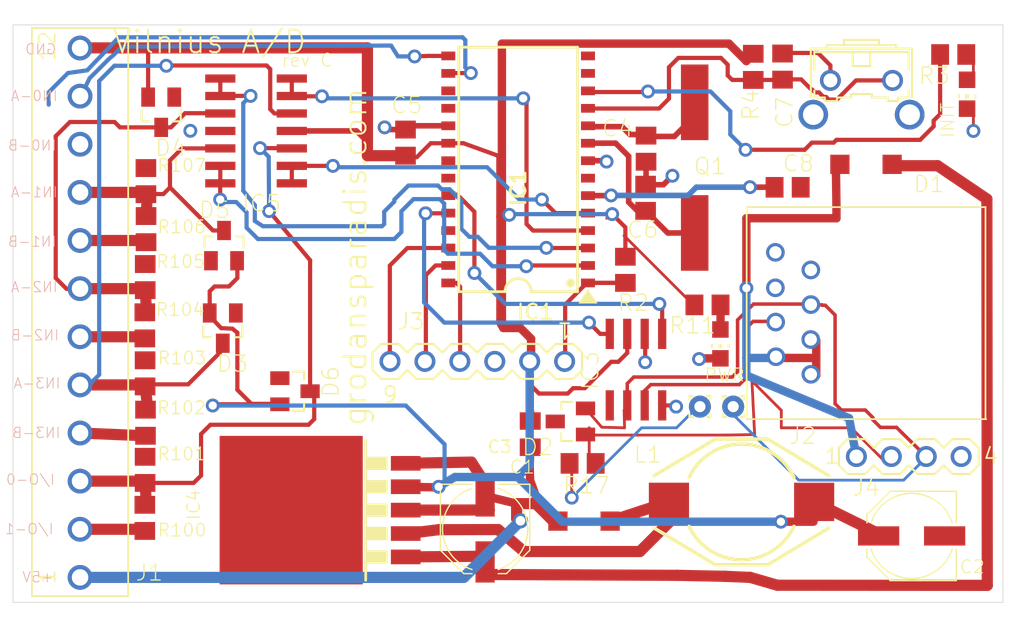
<source format=kicad_pcb>
(kicad_pcb (version 20241229) (generator "pcbnew") (generator_version "9.0")
  (layers (0 "F.Cu" signal) (4 "In1.Cu" signal) (6 "In2.Cu" signal) (8 "In3.Cu" signal) (10 "In4.Cu" signal) (2 "B.Cu" signal) (13 "F.Paste" user) (15 "B.Paste" user) (5 "F.SilkS" user "F.Silkscreen") (7 "B.SilkS" user "B.Silkscreen") (1 "F.Mask" user) (3 "B.Mask" user) (25 "Edge.Cuts" user))
  (net 0 "")
  (net 1 "+12V")
  (net 2 "VREF")
  (net 3 "GND")
  (net 4 "VCC")
  (net 5 "TXCAN")
  (net 6 "N$4")
  (net 7 "N$6")
  (net 8 "RXCAN")
  (net 9 "N$5")
  (net 10 "N$12")
  (net 11 "N$13")
  (net 12 "N$14")
  (net 13 "N$15")
  (net 14 "AN8")
  (net 15 "AN10")
  (net 16 "N$3")
  (net 17 "N$1")
  (net 18 "N$2")
  (net 19 "N$7")
  (net 20 "AN9")
  (net 21 "N$20")
  (net 22 "AN0")
  (net 23 "AN1")
  (net 24 "AN2")
  (net 25 "AN3")
  (net 26 "AN4")
  (net 27 "IN0-A")
  (net 28 "IN0-B")
  (net 29 "IN3-B")
  (net 30 "IN3-A")
  (net 31 "IN2-B")
  (net 32 "IN2-A")
  (net 33 "IN1-B")
  (net 34 "IN1-A")
  (net 35 "CANL")
  (net 36 "N$22")
  (net 37 "N$11")
  (net 38 "N$8")
  (net 39 "IO0")
  (net 40 "IO1")
  (footprint "vilnius_rev_c:R0805" (layer "F.Cu") (at 122.0911 105.8536 -90)
    (property "Reference" "R104")
    (property "Value" "10K" (hide yes))
  )
  (footprint "vilnius_rev_c:R0805" (layer "F.Cu") (at 122.1111 109.3436 -90)
    (property "Reference" "R103")
    (property "Value" "10K" (hide yes))
  )
  (footprint "vilnius_rev_c:PANASONIC_D" (layer "F.Cu") (at 146.8389 120.6594 -90)
    (property "Reference" "C1")
    (property "Value" "100uF" (hide yes))
  )
  (footprint "vilnius_rev_c:MA06-1" (layer "F.Cu") (at 146.2711 108.4736 180)
    (property "Reference" "J3")
    (property "Value" "")
  )
  (footprint "vilnius_rev_c:1,6_0,8" (layer "F.Cu") (at 162.4611 111.7636)
    (property "Reference" "PAD1" (hide yes))
    (property "Value" "")
  )
  (footprint "vilnius_rev_c:B3F-31XX" (layer "F.Cu") (at 174.2111 89.2836 180)
    (property "Reference" "S1" (hide yes))
    (property "Value" "")
  )
  (footprint "vilnius_rev_c:C0805" (layer "F.Cu") (at 158.5127 96.575 -90)
    (property "Reference" "C6")
    (property "Value" "15pF" (hide yes))
  )
  (footprint "vilnius_rev_c:R0805" (layer "F.Cu") (at 153.9311 115.8936 180)
    (property "Reference" "R17")
    (property "Value" "120" (hide yes))
  )
  (footprint "vilnius_rev_c:CHIP-LED0805" (layer "F.Cu") (at 181.8911 89.0436 180)
    (property "Reference" "LED1" (hide yes))
    (property "Value" "")
  )
  (footprint "vilnius_rev_c:R0805" (layer "F.Cu") (at 122.1111 116.3636 -90)
    (property "Reference" "R101")
    (property "Value" "10K" (hide yes))
  )
  (footprint "vilnius_rev_c:R0805" (layer "F.Cu") (at 157.0411 101.8136 90)
    (property "Reference" "R2")
    (property "Value" "10K" (hide yes))
  )
  (footprint "vilnius_rev_c:SO28" (layer "F.Cu") (at 149.2411 94.5136 90)
    (property "Reference" "IC1")
    (property "Value" "PIC18F2580" (hide yes))
  )
  (footprint "vilnius_rev_c:PANASONIC_D" (layer "F.Cu") (at 177.8587 121.1678 180)
    (property "Reference" "C2")
    (property "Value" "330uF" (hide yes))
  )
  (footprint "vilnius_rev_c:SOT23@1" (layer "F.Cu") (at 153.0411 112.8436 90)
    (property "Reference" "D2")
    (property "Value" "NUP2105L" (hide yes))
  )
  (footprint "vilnius_rev_c:R0805" (layer "F.Cu") (at 180.8811 86.1536 180)
    (property "Reference" "R3")
    (property "Value" "1K" (hide yes))
  )
  (footprint "vilnius_rev_c:RJ-45" (layer "F.Cu") (at 176.8811 104.9636 90)
    (property "Reference" "J2")
    (property "Value" "A00-108-220-450" (hide yes))
  )
  (footprint "vilnius_rev_c:PINHEAD-12" (layer "F.Cu") (at 117.3811 106.6836 90)
    (property "Reference" "J1")
    (property "Value" "OSTTE-12" (hide yes))
  )
  (footprint "vilnius_rev_c:C0805" (layer "F.Cu") (at 158.5437 93.0044 90)
    (property "Reference" "C4")
    (property "Value" "15pF" (hide yes))
  )
  (footprint "vilnius_rev_c:TO263-5" (layer "F.Cu") (at 135.2751 119.2912 90)
    (property "Reference" "IC4")
    (property "Value" "LM2575S" (hide yes))
  )
  (footprint "vilnius_rev_c:SOT23" (layer "F.Cu") (at 133.0111 110.6436 -90)
    (property "Reference" "D6")
    (property "Value" "BAT54" (hide yes))
  )
  (footprint "vilnius_rev_c:R0805" (layer "F.Cu") (at 166.3411 87.0536 90)
    (property "Reference" "R4")
    (property "Value" "10K" (hide yes))
  )
  (footprint "vilnius_rev_c:SO-08" (layer "F.Cu") (at 157.8111 109.0736 180)
    (property "Reference" "IC3")
    (property "Value" "MCP2551SN" (hide yes))
  )
  (footprint "vilnius_rev_c:0805" (layer "F.Cu") (at 150.1211 113.7636 90)
    (property "Reference" "C3")
    (property "Value" "100nF" (hide yes))
  )
  (footprint "vilnius_rev_c:1,6_0,8" (layer "F.Cu") (at 164.8811 111.7636)
    (property "Reference" "PAD2" (hide yes))
    (property "Value" "")
  )
  (footprint "vilnius_rev_c:CHIP-LED0805" (layer "F.Cu") (at 163.9511 107.2036 180)
    (property "Reference" "LED9" (hide yes))
    (property "Value" "")
  )
  (footprint "vilnius_rev_c:SOT23" (layer "F.Cu") (at 127.7611 106.0536 180)
    (property "Reference" "D3")
    (property "Value" "BAT54" (hide yes))
  )
  (footprint "vilnius_rev_c:SOD123" (layer "F.Cu") (at 174.5411 94.1436 180)
    (property "Reference" "D1")
    (property "Value" "S1D" (hide yes))
  )
  (footprint "vilnius_rev_c:DO3316P" (layer "F.Cu") (at 165.4887 118.6914)
    (property "Reference" "L1")
    (property "Value" "330 uH" (hide yes))
  )
  (footprint "vilnius_rev_c:MA04-1" (layer "F.Cu") (at 177.6511 115.3936)
    (property "Reference" "J4")
    (property "Value" "")
  )
  (footprint "vilnius_rev_c:SOD123" (layer "F.Cu") (at 154.0333 120.0914 180)
    (property "Reference" "UNK1N5819" (hide yes))
    (property "Value" "S1D" (hide yes))
  )
  (footprint "vilnius_rev_c:C0805" (layer "F.Cu") (at 141.0511 92.5636 90)
    (property "Reference" "C5")
    (property "Value" "0.1uF" (hide yes))
  )
  (footprint "vilnius_rev_c:R0805" (layer "F.Cu") (at 122.1711 95.3636 -90)
    (property "Reference" "R107")
    (property "Value" "10K" (hide yes))
  )
  (footprint "vilnius_rev_c:SOT23" (layer "F.Cu") (at 123.2811 90.3536 180)
    (property "Reference" "D4")
    (property "Value" "BAT54" (hide yes))
  )
  (footprint "vilnius_rev_c:C0805" (layer "F.Cu") (at 168.8411 95.8136 180)
    (property "Reference" "C8")
    (property "Value" "10 uF" (hide yes))
  )
  (footprint "vilnius_rev_c:C0805" (layer "F.Cu") (at 168.4711 87.0336 -90)
    (property "Reference" "C7")
    (property "Value" "0.1uF" (hide yes))
  )
  (footprint "vilnius_rev_c:R0805" (layer "F.Cu") (at 122.0911 119.8536 -90)
    (property "Reference" "R100")
    (property "Value" "10K" (hide yes))
  )
  (footprint "vilnius_rev_c:R0805" (layer "F.Cu") (at 163.0111 104.3636 180)
    (property "Reference" "R11")
    (property "Value" "1K" (hide yes))
  )
  (footprint "vilnius_rev_c:SOT23" (layer "F.Cu") (at 127.8511 100.0536)
    (property "Reference" "D5")
    (property "Value" "BAT54" (hide yes))
  )
  (footprint "vilnius_rev_c:9C" (layer "F.Cu") (at 162.0811 94.3736 -90)
    (property "Reference" "Q1")
    (property "Value" "10 MHz" (hide yes))
  )
  (footprint "vilnius_rev_c:R0805" (layer "F.Cu") (at 122.1211 102.3436 -90)
    (property "Reference" "R105")
    (property "Value" "10K" (hide yes))
  )
  (footprint "vilnius_rev_c:R0805" (layer "F.Cu") (at 122.1411 112.9336 -90)
    (property "Reference" "R102")
    (property "Value" "10K" (hide yes))
  )
  (footprint "vilnius_rev_c:SO14" (layer "F.Cu") (at 130.1811 91.7136 90)
    (property "Reference" "IC5")
    (property "Value" "MCP604" (hide yes))
  )
  (footprint "vilnius_rev_c:R0805" (layer "F.Cu") (at 122.1811 98.8536 -90)
    (property "Reference" "R106")
    (property "Value" "10K" (hide yes))
  )
  (gr_line (start 112.5011 84.0036) (end 184.5011 84.0036) (stroke (width 0.05)) (layer "Edge.Cuts"))
  (gr_line (start 112.5011 126.0036) (end 112.5011 84.0036) (stroke (width 0.05)) (layer "Edge.Cuts"))
  (gr_line (start 184.5011 84.0036) (end 184.5011 126.0036) (stroke (width 0.05)) (layer "Edge.Cuts"))
  (gr_line (start 184.5011 126.0036) (end 112.5011 126.0036) (stroke (width 0.05)) (layer "Edge.Cuts"))
  (gr_text "rev C" (at 131.9751 87.1206 0) (layer "F.SilkS") (effects (font (size 0.93472 0.93472) (thickness 0.08128)) (justify left bottom)))
  (gr_text "INIT" (at 181.0211 92.2836 90) (layer "F.SilkS") (effects (font (size 0.93472 0.93472) (thickness 0.08128)) (justify left bottom)))
  (gr_text "Vilnius A/D" (at 119.6575 86.1882 0) (layer "F.SilkS") (effects (font (size 1.63576 1.63576) (thickness 0.14224)) (justify left bottom)))
  (gr_text "PWR" (at 162.7311 110.0136 0) (layer "F.SilkS") (effects (font (size 0.93472 0.93472) (thickness 0.08128)) (justify left bottom)))
  (gr_text "grodansparadis.com" (at 138.3491 113.2696 90) (layer "F.SilkS") (effects (font (size 1.63576 1.63576) (thickness 0.14224)) (justify left bottom)))
  (gr_text "IN2-A" (at 115.8011 103.5036 -0) (layer "B.SilkS") (effects (font (size 0.747776 0.747776) (thickness 0.065024)) (justify left bottom mirror)))
  (gr_text "IN0-A" (at 115.8011 89.6036 -0) (layer "B.SilkS") (effects (font (size 0.747776 0.747776) (thickness 0.065024)) (justify left bottom mirror)))
  (gr_text "+5V" (at 115.5011 124.6036 -0) (layer "B.SilkS") (effects (font (size 0.747776 0.747776) (thickness 0.065024)) (justify left bottom mirror)))
  (gr_text "IN1-A" (at 115.8011 96.6036 -0) (layer "B.SilkS") (effects (font (size 0.747776 0.747776) (thickness 0.065024)) (justify left bottom mirror)))
  (gr_text "IN0-B" (at 115.7011 93.2036 -0) (layer "B.SilkS") (effects (font (size 0.747776 0.747776) (thickness 0.065024)) (justify left bottom mirror)))
  (gr_text "IN3-B" (at 116.0011 114.1036 -0) (layer "B.SilkS") (effects (font (size 0.747776 0.747776) (thickness 0.065024)) (justify left bottom mirror)))
  (gr_text "I/O-0" (at 115.6011 117.5036 -0) (layer "B.SilkS") (effects (font (size 0.747776 0.747776) (thickness 0.065024)) (justify left bottom mirror)))
  (gr_text "IN2-B" (at 115.9011 107.0036 -0) (layer "B.SilkS") (effects (font (size 0.747776 0.747776) (thickness 0.065024)) (justify left bottom mirror)))
  (gr_text "IN1-B" (at 115.7011 100.2036 -0) (layer "B.SilkS") (effects (font (size 0.747776 0.747776) (thickness 0.065024)) (justify left bottom mirror)))
  (gr_text "GND" (at 115.7011 86.2036 -0) (layer "B.SilkS") (effects (font (size 0.747776 0.747776) (thickness 0.065024)) (justify left bottom mirror)))
  (gr_text "I/O-1" (at 115.5011 121.1036 -0) (layer "B.SilkS") (effects (font (size 0.747776 0.747776) (thickness 0.065024)) (justify left bottom mirror)))
  (gr_text "IN3-A" (at 116.0011 110.5036 -0) (layer "B.SilkS") (effects (font (size 0.747776 0.747776) (thickness 0.065024)) (justify left bottom mirror)))
  (segment (start 165.8411 98.0636) (end 172.3911 98.0636) (width 0.6096) (layer "F.Cu") (net 1))
  (segment (start 165.8411 103.1436) (end 165.8411 98.0636) (width 0.6096) (layer "F.Cu") (net 1))
  (segment (start 168.3811 108.2236) (end 170.9211 108.2236) (width 0.6096) (layer "F.Cu") (net 1))
  (segment (start 172.3911 98.0636) (end 172.3911 97.2136) (width 0.6096) (layer "F.Cu") (net 1))
  (segment (start 172.6411 94.1436) (end 172.3211 94.1636) (width 0.4064) (layer "F.Cu") (net 1))
  (segment (start 170.9211 108.2236) (end 170.9211 109.4936) (width 0.6096) (layer "F.Cu") (net 1))
  (segment (start 170.9211 106.9536) (end 170.5211 106.8836) (width 0.6096) (layer "F.Cu") (net 1))
  (segment (start 172.1911 94.2536) (end 172.6411 94.1436) (width 0.2032) (layer "F.Cu") (net 1))
  (segment (start 170.9211 109.4936) (end 170.5311 109.4136) (width 0.6096) (layer "F.Cu") (net 1))
  (segment (start 172.3511 94.2536) (end 172.1911 94.2536) (width 0.2032) (layer "F.Cu") (net 1))
  (segment (start 172.3911 97.2136) (end 172.3511 94.2536) (width 0.6096) (layer "F.Cu") (net 1))
  (segment (start 167.9911 108.1336) (end 168.3811 108.2236) (width 0.2032) (layer "F.Cu") (net 1))
  (segment (start 170.9211 108.2236) (end 170.9211 106.9536) (width 0.6096) (layer "F.Cu") (net 1))
  (via (at 165.8411 103.1436) (size 1.0064) (drill 0.6) (layers "F.Cu" "B.Cu") (net 1))
  (segment (start 173.3111 112.6036) (end 173.8411 115.3936) (width 0.6096) (layer "B.Cu") (net 1))
  (segment (start 165.8411 108.2236) (end 165.8411 103.1436) (width 0.6096) (layer "B.Cu") (net 1))
  (segment (start 168.3811 108.2236) (end 167.9911 108.1336) (width 0.6096) (layer "B.Cu") (net 1))
  (segment (start 165.8411 109.4936) (end 173.3111 112.6036) (width 0.6096) (layer "B.Cu") (net 1))
  (segment (start 165.8411 109.4936) (end 165.8411 108.2236) (width 0.6096) (layer "B.Cu") (net 1))
  (segment (start 165.8411 108.2236) (end 168.3811 108.2236) (width 0.6096) (layer "B.Cu") (net 1))
  (segment (start 159.7161 111.6736) (end 160.6411 111.6736) (width 0.3048) (layer "F.Cu") (net 3))
  (segment (start 158.5127 95.625) (end 159.8097 95.625) (width 0.4064) (layer "F.Cu") (net 3))
  (segment (start 150.5261 118.2586) (end 150.1111 117.1136) (width 0.6096) (layer "F.Cu") (net 3))
  (segment (start 160.6411 111.6736) (end 160.7311 111.7636) (width 0.3048) (layer "F.Cu") (net 3))
  (segment (start 141.3261 91.3386) (end 144.1611 91.3386) (width 0.4064) (layer "F.Cu") (net 3))
  (segment (start 149.1311 118.8194) (end 149.1311 118.6436) (width 0.254) (layer "F.Cu") (net 3))
  (segment (start 171.9505 86.943) (end 171.9505 88.039) (width 0.3048) (layer "F.Cu") (net 3))
  (segment (start 159.8097 95.625) (end 160.4611 94.9736) (width 0.4064) (layer "F.Cu") (net 3))
  (segment (start 158.5437 95.594) (end 158.5437 93.9544) (width 0.4064) (layer "F.Cu") (net 3))
  (segment (start 139.6911 91.6136) (end 141.0511 91.6136) (width 0.4064) (layer "F.Cu") (net 3))
  (segment (start 141.0511 91.6136) (end 141.3261 91.3386) (width 0.4064) (layer "F.Cu") (net 3))
  (segment (start 122.1711 94.4136) (end 121.8011 94.1436) (width 0.3048) (layer "F.Cu") (net 3))
  (segment (start 150.5261 118.8194) (end 151.8333 120.1266) (width 0.8128) (layer "F.Cu") (net 3))
  (segment (start 151.9759 120.0914) (end 152.0775 120.193) (width 0.6096) (layer "F.Cu") (net 3))
  (segment (start 158.4811 108.5336) (end 158.4811 106.5086) (width 0.3048) (layer "F.Cu") (net 3))
  (segment (start 158.5437 93.9544) (end 158.4679 93.8786) (width 0.4064) (layer "F.Cu") (net 3))
  (segment (start 147.1483 119.2796) (end 141.0663 119.2912) (width 0.8128) (layer "F.Cu") (net 3))
  (segment (start 158.4811 106.5086) (end 158.4461 106.4736) (width 0.3048) (layer "F.Cu") (net 3))
  (segment (start 149.1311 119.9136) (end 149.1311 118.8194) (width 0.8128) (layer "F.Cu") (net 3))
  (segment (start 146.9721 117.5514) (end 145.8407 115.7976) (width 0.8128) (layer "F.Cu") (net 3))
  (segment (start 149.1311 118.8194) (end 146.8389 118.2594) (width 0.6096) (layer "F.Cu") (net 3))
  (segment (start 146.8329 119.3566) (end 147.1483 119.2796) (width 0.6096) (layer "F.Cu") (net 3))
  (segment (start 139.5311 91.4536) (end 139.6911 91.6136) (width 0.4064) (layer "F.Cu") (net 3))
  (segment (start 146.9721 118.8214) (end 146.9721 117.5514) (width 0.6096) (layer "F.Cu") (net 3))
  (segment (start 124.2311 89.2536) (end 124.2311 89.5136) (width 0.3048) (layer "F.Cu") (net 3))
  (segment (start 146.9389 118.8546) (end 146.9721 118.8214) (width 0.6096) (layer "F.Cu") (net 3))
  (segment (start 147.1245 118.796) (end 146.8329 119.3566) (width 0.6096) (layer "F.Cu") (net 3))
  (segment (start 145.8407 115.7976) (end 141.0663 115.8876) (width 0.8128) (layer "F.Cu") (net 3))
  (segment (start 158.5127 95.625) (end 158.5437 95.594) (width 0.4064) (layer "F.Cu") (net 3))
  (segment (start 147.1479 118.8194) (end 147.2007 118.8722) (width 0.6096) (layer "F.Cu") (net 3))
  (segment (start 150.1111 117.1136) (end 150.0836 116.3236) (width 0.6096) (layer "F.Cu") (net 3))
  (segment (start 162.4511 108.2536) (end 163.9511 108.2536) (width 0.6096) (layer "F.Cu") (net 3))
  (segment (start 149.1311 118.8194) (end 150.5261 118.8194) (width 0.8128) (layer "F.Cu") (net 3))
  (segment (start 154.3211 93.8786) (end 155.6061 93.8786) (width 0.4064) (layer "F.Cu") (net 3))
  (segment (start 168.4711 86.0836) (end 168.5111 86.0436) (width 0.3048) (layer "F.Cu") (net 3))
  (segment (start 150.5261 118.8194) (end 150.5261 118.2586) (width 0.6096) (layer "F.Cu") (net 3))
  (segment (start 151.9759 120.0914) (end 151.4311 119.5466) (width 0.6096) (layer "F.Cu") (net 3))
  (segment (start 162.4011 108.3036) (end 162.4511 108.2536) (width 0.6096) (layer "F.Cu") (net 3))
  (segment (start 147.1479 118.8194) (end 147.1245 118.796) (width 0.6096) (layer "F.Cu") (net 3))
  (segment (start 151.8333 120.1266) (end 151.9251 120.2184) (width 0.6096) (layer "F.Cu") (net 3))
  (segment (start 146.8389 118.2594) (end 146.9389 118.8546) (width 0.6096) (layer "F.Cu") (net 3))
  (segment (start 146.8389 118.2594) (end 147.1479 118.8194) (width 0.6096) (layer "F.Cu") (net 3))
  (segment (start 149.4105 120.066) (end 149.1311 119.9136) (width 0.6096) (layer "F.Cu") (net 3))
  (segment (start 168.5111 86.0436) (end 171.0511 86.0436) (width 0.3048) (layer "F.Cu") (net 3))
  (segment (start 150.0836 116.3236) (end 150.1211 114.7161) (width 0.6096) (layer "F.Cu") (net 3))
  (segment (start 155.6061 93.8786) (end 155.6711 93.9436) (width 0.4064) (layer "F.Cu") (net 3))
  (segment (start 146.9389 118.8546) (end 146.8451 118.9484) (width 0.6096) (layer "F.Cu") (net 3))
  (segment (start 151.8333 120.1266) (end 152.1333 120.0914) (width 0.6096) (layer "F.Cu") (net 3))
  (segment (start 182.3511 91.7136) (end 182.3511 90.4436) (width 0.2032) (layer "F.Cu") (net 3))
  (segment (start 152.1333 120.0914) (end 151.9759 120.0914) (width 0.6096) (layer "F.Cu") (net 3))
  (segment (start 171.0511 86.0436) (end 171.9505 86.943) (width 0.3048) (layer "F.Cu") (net 3))
  (segment (start 182.3511 90.4436) (end 181.8911 90.0936) (width 0.2032) (layer "F.Cu") (net 3))
  (via (at 158.4811 108.5336) (size 1.0064) (drill 0.6) (layers "F.Cu" "B.Cu") (net 3))
  (via (at 139.5311 91.4536) (size 1.0064) (drill 0.6) (layers "F.Cu" "B.Cu") (net 3))
  (via (at 155.6711 93.9436) (size 1.0064) (drill 0.6) (layers "F.Cu" "B.Cu") (net 3))
  (via (at 160.4611 94.9736) (size 1.0064) (drill 0.6) (layers "F.Cu" "B.Cu") (net 3))
  (via (at 149.4105 120.066) (size 1.1064) (drill 0.7) (layers "F.Cu" "B.Cu") (net 3))
  (via (at 182.3511 91.7136) (size 1.0064) (drill 0.6) (layers "F.Cu" "B.Cu") (net 3))
  (via (at 125.4011 91.7036) (size 1.0064) (drill 0.6) (layers "F.Cu" "B.Cu") (net 3))
  (via (at 160.7311 111.7636) (size 1.0064) (drill 0.6) (layers "F.Cu" "B.Cu") (net 3))
  (via (at 162.4011 108.3036) (size 1.0064) (drill 0.6) (layers "F.Cu" "B.Cu") (net 3))
  (segment (start 117.3811 124.1836) (end 145.2929 124.1836) (width 0.8128) (layer "B.Cu") (net 3))
  (segment (start 145.2929 124.1836) (end 149.4105 120.066) (width 0.8128) (layer "B.Cu") (net 3))
  (segment (start 154.0911 110.4236) (end 156.0111 108.5036) (width 0.3048) (layer "F.Cu") (net 4))
  (segment (start 150.7611 110.8136) (end 152.8511 110.8136) (width 0.3048) (layer "F.Cu") (net 4))
  (segment (start 147.9111 97.8136) (end 148.5911 97.8136) (width 0.3048) (layer "F.Cu") (net 4))
  (segment (start 147.8011 105.4236) (end 147.8011 97.9236) (width 0.3048) (layer "F.Cu") (net 4))
  (segment (start 150.0811 110.1336) (end 150.7611 110.8136) (width 0.3048) (layer "F.Cu") (net 4))
  (segment (start 144.1611 92.6086) (end 142.8861 92.6086) (width 0.3048) (layer "F.Cu") (net 4))
  (segment (start 150.1811 106.8236) (end 149.4011 106.0436) (width 0.6096) (layer "F.Cu") (net 4))
  (segment (start 141.8811 93.6136) (end 141.1511 93.6136) (width 0.3048) (layer "F.Cu") (net 4))
  (segment (start 155.6811 98.0636) (end 156.0811 97.7636) (width 0.2032) (layer "F.Cu") (net 4))
  (segment (start 149.4011 106.0436) (end 148.1611 106.0436) (width 0.6096) (layer "F.Cu") (net 4))
  (segment (start 168.3511 120.1336) (end 170.7265 120.1336) (width 0.6096) (layer "F.Cu") (net 4))
  (segment (start 152.8511 110.8136) (end 153.2411 110.4236) (width 0.3048) (layer "F.Cu") (net 4))
  (segment (start 157.0411 98.7236) (end 157.0411 99.3336) (width 0.3048) (layer "F.Cu") (net 4))
  (segment (start 150.1811 108.3736) (end 150.1811 106.8236) (width 0.6096) (layer "F.Cu") (net 4))
  (segment (start 170.7265 120.1336) (end 170.7687 118.6914) (width 0.3048) (layer "F.Cu") (net 4))
  (segment (start 127.1611 103.0236) (end 128.2111 103.0236) (width 0.3048) (layer "F.Cu") (net 4))
  (segment (start 138.2811 93.5136) (end 138.2811 92.5036) (width 0.8128) (layer "F.Cu") (net 4))
  (segment (start 147.8011 97.9236) (end 147.8011 93.5236) (width 0.3048) (layer "F.Cu") (net 4))
  (segment (start 126.8111 104.9536) (end 126.8111 103.3736) (width 0.3048) (layer "F.Cu") (net 4))
  (segment (start 122.5111 85.6736) (end 122.3511 85.8336) (width 0.254) (layer "F.Cu") (net 4))
  (segment (start 122.3111 85.6736) (end 122.3311 86.2936) (width 0.3048) (layer "F.Cu") (net 4))
  (segment (start 157.1761 107.8586) (end 157.1761 106.4736) (width 0.3048) (layer "F.Cu") (net 4))
  (segment (start 143.4611 117.5936) (end 143.3569 117.6394) (width 0.3048) (layer "F.Cu") (net 4))
  (segment (start 157.0411 99.3336) (end 156.9511 99.3336) (width 0.2032) (layer "F.Cu") (net 4))
  (segment (start 150.0811 112.1836) (end 150.1186 112.1611) (width 0.6096) (layer "F.Cu") (net 4))
  (segment (start 148.0611 85.3636) (end 164.5711 85.3636) (width 0.6096) (layer "F.Cu") (net 4))
  (segment (start 126.8111 103.3736) (end 127.1611 103.0236) (width 0.3048) (layer "F.Cu") (net 4))
  (segment (start 128.8211 106.3836) (end 128.4611 106.0936) (width 0.3048) (layer "F.Cu") (net 4))
  (segment (start 147.9796 105.731) (end 147.8011 105.4236) (width 0.3048) (layer "F.Cu") (net 4))
  (segment (start 132.7811 91.7136) (end 137.4911 91.7136) (width 0.4064) (layer "F.Cu") (net 4))
  (segment (start 150.0811 108.4736) (end 150.1811 108.3736) (width 0.3048) (layer "F.Cu") (net 4))
  (segment (start 127.1211 111.5936) (end 131.9111 111.5936) (width 0.3048) (layer "F.Cu") (net 4))
  (segment (start 141.1511 93.6136) (end 141.0511 93.5136) (width 0.3048) (layer "F.Cu") (net 4))
  (segment (start 122.3111 85.6736) (end 117.9811 85.6736) (width 0.8128) (layer "F.Cu") (net 4))
  (segment (start 165.8411 86.6336) (end 166.3411 86.1036) (width 0.6096) (layer "F.Cu") (net 4))
  (segment (start 142.8861 92.6086) (end 141.8811 93.6136) (width 0.3048) (layer "F.Cu") (net 4))
  (segment (start 129.8411 111.5636) (end 128.8211 110.5436) (width 0.3048) (layer "F.Cu") (net 4))
  (segment (start 127.0311 111.6836) (end 127.1211 111.5936) (width 0.3048) (layer "F.Cu") (net 4))
  (segment (start 128.2111 103.0236) (end 128.8211 102.4136) (width 0.3048) (layer "F.Cu") (net 4))
  (segment (start 141.0511 93.5136) (end 138.2811 93.5136) (width 0.8128) (layer "F.Cu") (net 4))
  (segment (start 128.8211 110.5436) (end 128.8211 106.3836) (width 0.3048) (layer "F.Cu") (net 4))
  (segment (start 128.8211 101.1736) (end 128.8011 101.1536) (width 0.3048) (layer "F.Cu") (net 4))
  (segment (start 137.4911 91.7136) (end 138.2811 92.5036) (width 0.4064) (layer "F.Cu") (net 4))
  (segment (start 156.0111 108.5036) (end 156.5311 108.5036) (width 0.3048) (layer "F.Cu") (net 4))
  (segment (start 138.2811 85.6736) (end 122.5111 85.6736) (width 0.8128) (layer "F.Cu") (net 4))
  (segment (start 138.2811 92.5036) (end 138.2811 85.6736) (width 0.8128) (layer "F.Cu") (net 4))
  (segment (start 131.9111 111.5936) (end 131.8811 111.5636) (width 0.3048) (layer "F.Cu") (net 4))
  (segment (start 128.4611 106.0936) (end 127.6411 106.0536) (width 0.3048) (layer "F.Cu") (net 4))
  (segment (start 150.0811 110.1336) (end 150.0811 112.1836) (width 0.6096) (layer "F.Cu") (net 4))
  (segment (start 117.9811 85.6736) (end 117.3811 85.6836) (width 0.4064) (layer "F.Cu") (net 4))
  (segment (start 147.8011 93.5236) (end 145.2661 92.6086) (width 0.3048) (layer "F.Cu") (net 4))
  (segment (start 143.3569 117.6394) (end 141.0663 117.5894) (width 0.6096) (layer "F.Cu") (net 4))
  (segment (start 145.2661 92.6086) (end 144.1611 92.6086) (width 0.3048) (layer "F.Cu") (net 4))
  (segment (start 156.5311 108.5036) (end 157.1761 107.8586) (width 0.3048) (layer "F.Cu") (net 4))
  (segment (start 128.8211 102.4136) (end 128.8211 101.1736) (width 0.3048) (layer "F.Cu") (net 4))
  (segment (start 153.2411 110.4236) (end 154.0911 110.4236) (width 0.3048) (layer "F.Cu") (net 4))
  (segment (start 127.6411 106.0536) (end 126.8111 105.1736) (width 0.3048) (layer "F.Cu") (net 4))
  (segment (start 164.5711 85.3636) (end 165.8411 86.6336) (width 0.6096) (layer "F.Cu") (net 4))
  (segment (start 150.0811 108.4736) (end 150.0811 110.1336) (width 0.6096) (layer "F.Cu") (net 4))
  (segment (start 131.8811 111.5636) (end 129.8411 111.5636) (width 0.3048) (layer "F.Cu") (net 4))
  (segment (start 122.5111 85.6736) (end 122.3111 85.6736) (width 0.8128) (layer "F.Cu") (net 4))
  (segment (start 150.1186 112.1611) (end 150.1211 112.8111) (width 0.6096) (layer "F.Cu") (net 4))
  (segment (start 147.9796 105.731) (end 148.0611 105.6836) (width 0.254) (layer "F.Cu") (net 4))
  (segment (start 126.8111 105.1736) (end 126.8111 104.9536) (width 0.3048) (layer "F.Cu") (net 4))
  (segment (start 157.0411 99.3336) (end 157.0411 100.8636) (width 0.3048) (layer "F.Cu") (net 4))
  (segment (start 156.9511 99.3336) (end 162.0311 104.4136) (width 0.2032) (layer "F.Cu") (net 4))
  (segment (start 162.0311 104.4136) (end 162.0611 104.3636) (width 0.2032) (layer "F.Cu") (net 4))
  (segment (start 156.0811 97.7636) (end 157.0411 98.7236) (width 0.3048) (layer "F.Cu") (net 4))
  (segment (start 175.5487 121.0514) (end 175.4587 121.1678) (width 0.4064) (layer "F.Cu") (net 4))
  (segment (start 170.7687 118.6914) (end 175.5487 121.0514) (width 0.8128) (layer "F.Cu") (net 4))
  (segment (start 122.3311 86.2936) (end 122.3311 89.2536) (width 0.3048) (layer "F.Cu") (net 4))
  (segment (start 148.0611 105.6836) (end 148.0611 85.3636) (width 0.6096) (layer "F.Cu") (net 4))
  (segment (start 147.8011 97.9236) (end 147.9111 97.8136) (width 0.3048) (layer "F.Cu") (net 4))
  (segment (start 148.1611 106.0436) (end 147.9796 105.731) (width 0.6096) (layer "F.Cu") (net 4))
  (via (at 156.0811 97.7636) (size 1.0064) (drill 0.6) (layers "F.Cu" "B.Cu") (net 4))
  (via (at 148.5911 97.8136) (size 1.0064) (drill 0.6) (layers "F.Cu" "B.Cu") (net 4))
  (via (at 168.3511 120.1336) (size 1.0064) (drill 0.6) (layers "F.Cu" "B.Cu") (net 4))
  (via (at 143.4611 117.5936) (size 1.0064) (drill 0.6) (layers "F.Cu" "B.Cu") (net 4))
  (via (at 127.0311 111.6836) (size 1.0064) (drill 0.6) (layers "F.Cu" "B.Cu") (net 4))
  (segment (start 141.0711 111.6836) (end 143.8911 114.5036) (width 0.3048) (layer "B.Cu") (net 4))
  (segment (start 149.2111 116.8836) (end 152.4611 120.1336) (width 0.6096) (layer "B.Cu") (net 4))
  (segment (start 143.4611 117.5936) (end 144.6411 116.8836) (width 0.6096) (layer "B.Cu") (net 4))
  (segment (start 127.0311 111.6836) (end 141.0711 111.6836) (width 0.3048) (layer "B.Cu") (net 4))
  (segment (start 149.2111 116.8836) (end 150.0811 116.0136) (width 0.6096) (layer "B.Cu") (net 4))
  (segment (start 148.5911 97.8136) (end 148.6411 97.7636) (width 0.3048) (layer "B.Cu") (net 4))
  (segment (start 143.8911 114.5036) (end 143.8911 117.1636) (width 0.3048) (layer "B.Cu") (net 4))
  (segment (start 144.6411 116.8836) (end 149.2111 116.8836) (width 0.6096) (layer "B.Cu") (net 4))
  (segment (start 152.4611 120.1336) (end 168.3511 120.1336) (width 0.6096) (layer "B.Cu") (net 4))
  (segment (start 143.8911 117.1636) (end 143.4611 117.5936) (width 0.3048) (layer "B.Cu") (net 4))
  (segment (start 148.6411 97.7636) (end 156.0811 97.7636) (width 0.3048) (layer "B.Cu") (net 4))
  (segment (start 150.0811 116.0136) (end 150.0811 108.4736) (width 0.6096) (layer "B.Cu") (net 4))
  (segment (start 144.8211 96.3536) (end 144.2261 96.3536) (width 0.3048) (layer "F.Cu") (net 5))
  (segment (start 146.0611 97.5936) (end 144.8211 96.3536) (width 0.3048) (layer "F.Cu") (net 5))
  (segment (start 144.2261 96.3536) (end 144.1611 96.4186) (width 0.3048) (layer "F.Cu") (net 5))
  (segment (start 146.0611 102.0436) (end 146.0611 97.5936) (width 0.3048) (layer "F.Cu") (net 5))
  (segment (start 159.5111 104.2936) (end 159.7161 104.4986) (width 0.3048) (layer "F.Cu") (net 5))
  (segment (start 159.7161 104.4986) (end 159.7161 106.4736) (width 0.3048) (layer "F.Cu") (net 5))
  (via (at 146.0611 102.0436) (size 1.0064) (drill 0.6) (layers "F.Cu" "B.Cu") (net 5))
  (via (at 159.5111 104.2936) (size 1.0064) (drill 0.6) (layers "F.Cu" "B.Cu") (net 5))
  (segment (start 148.3111 104.2936) (end 159.5111 104.2936) (width 0.3048) (layer "B.Cu") (net 5))
  (segment (start 146.0611 102.0436) (end 148.3111 104.2936) (width 0.3048) (layer "B.Cu") (net 5))
  (segment (start 179.9311 90.4936) (end 179.9311 86.1536) (width 0.3048) (layer "F.Cu") (net 6))
  (segment (start 154.5111 88.8836) (end 158.6411 88.8836) (width 0.3048) (layer "F.Cu") (net 6))
  (segment (start 154.4261 88.7986) (end 154.5111 88.8836) (width 0.3048) (layer "F.Cu") (net 6))
  (segment (start 170.0811 93.0836) (end 170.6011 92.5636) (width 0.3048) (layer "F.Cu") (net 6))
  (segment (start 158.6411 88.8836) (end 158.6811 88.8436) (width 0.3048) (layer "F.Cu") (net 6))
  (segment (start 178.4811 92.3636) (end 179.4611 91.3836) (width 0.3048) (layer "F.Cu") (net 6))
  (segment (start 172.1911 92.5636) (end 172.3911 92.3636) (width 0.3048) (layer "F.Cu") (net 6))
  (segment (start 165.7811 93.0836) (end 170.0811 93.0836) (width 0.3048) (layer "F.Cu") (net 6))
  (segment (start 154.3211 88.7986) (end 154.4261 88.7986) (width 0.3048) (layer "F.Cu") (net 6))
  (segment (start 172.3911 92.3636) (end 178.4811 92.3636) (width 0.3048) (layer "F.Cu") (net 6))
  (segment (start 170.6011 92.5636) (end 172.1911 92.5636) (width 0.3048) (layer "F.Cu") (net 6))
  (segment (start 179.4611 90.9636) (end 179.9311 90.4936) (width 0.3048) (layer "F.Cu") (net 6))
  (segment (start 179.4611 91.3836) (end 179.4611 90.9636) (width 0.3048) (layer "F.Cu") (net 6))
  (via (at 165.7811 93.0836) (size 1.0064) (drill 0.6) (layers "F.Cu" "B.Cu") (net 6))
  (via (at 158.6811 88.8436) (size 1.0064) (drill 0.6) (layers "F.Cu" "B.Cu") (net 6))
  (segment (start 163.2311 88.8436) (end 164.6711 90.2836) (width 0.3048) (layer "B.Cu") (net 6))
  (segment (start 164.6711 91.9736) (end 165.7811 93.0836) (width 0.3048) (layer "B.Cu") (net 6))
  (segment (start 164.6711 90.2836) (end 164.6711 91.9736) (width 0.3048) (layer "B.Cu") (net 6))
  (segment (start 158.6811 88.8436) (end 163.2311 88.8436) (width 0.3048) (layer "B.Cu") (net 6))
  (segment (start 160.2111 89.3636) (end 160.2111 87.0836) (width 0.3048) (layer "F.Cu") (net 7))
  (segment (start 164.4811 87.6736) (end 164.8111 88.0036) (width 0.3048) (layer "F.Cu") (net 7))
  (segment (start 168.4511 88.0036) (end 168.4711 87.9836) (width 0.3048) (layer "F.Cu") (net 7))
  (segment (start 173.8157 88.039) (end 176.4717 88.039) (width 0.3048) (layer "F.Cu") (net 7))
  (segment (start 160.2111 87.0836) (end 160.8911 86.4036) (width 0.3048) (layer "F.Cu") (net 7))
  (segment (start 171.4511 89.2436) (end 171.6411 89.2436) (width 0.3048) (layer "F.Cu") (net 7))
  (segment (start 163.9911 86.4036) (end 164.4811 86.8936) (width 0.3048) (layer "F.Cu") (net 7))
  (segment (start 171.6411 89.2436) (end 171.8311 89.4336) (width 0.3048) (layer "F.Cu") (net 7))
  (segment (start 164.8111 88.0036) (end 166.3411 88.0036) (width 0.3048) (layer "F.Cu") (net 7))
  (segment (start 166.3411 88.0036) (end 168.4511 88.0036) (width 0.3048) (layer "F.Cu") (net 7))
  (segment (start 170.5711 88.7136) (end 170.6311 88.7136) (width 0.3048) (layer "F.Cu") (net 7))
  (segment (start 164.4811 86.8936) (end 164.4811 87.6736) (width 0.3048) (layer "F.Cu") (net 7))
  (segment (start 170.6311 88.7136) (end 170.8311 88.9136) (width 0.3048) (layer "F.Cu") (net 7))
  (segment (start 160.8911 86.4036) (end 163.9911 86.4036) (width 0.3048) (layer "F.Cu") (net 7))
  (segment (start 159.4911 90.0836) (end 160.2111 89.3636) (width 0.3048) (layer "F.Cu") (net 7))
  (segment (start 169.8211 87.9636) (end 170.5711 88.7136) (width 0.3048) (layer "F.Cu") (net 7))
  (segment (start 172.4211 89.4336) (end 173.8157 88.039) (width 0.3048) (layer "F.Cu") (net 7))
  (segment (start 171.8311 89.4336) (end 172.4211 89.4336) (width 0.3048) (layer "F.Cu") (net 7))
  (segment (start 168.4911 87.9636) (end 169.8211 87.9636) (width 0.3048) (layer "F.Cu") (net 7))
  (segment (start 170.8311 88.9136) (end 171.1211 88.9136) (width 0.3048) (layer "F.Cu") (net 7))
  (segment (start 154.3211 90.0686) (end 154.3361 90.0836) (width 0.3048) (layer "F.Cu") (net 7))
  (segment (start 154.3361 90.0836) (end 159.4911 90.0836) (width 0.3048) (layer "F.Cu") (net 7))
  (segment (start 171.1211 88.9136) (end 171.4511 89.2436) (width 0.3048) (layer "F.Cu") (net 7))
  (segment (start 168.4711 87.9836) (end 168.4911 87.9636) (width 0.3048) (layer "F.Cu") (net 7))
  (segment (start 155.2111 106.4736) (end 155.9061 106.4736) (width 0.3048) (layer "F.Cu") (net 8))
  (segment (start 144.1461 97.7036) (end 144.1611 97.6886) (width 0.3048) (layer "F.Cu") (net 8))
  (segment (start 154.3911 105.6536) (end 155.2111 106.4736) (width 0.3048) (layer "F.Cu") (net 8))
  (segment (start 142.5111 97.7036) (end 144.1461 97.7036) (width 0.3048) (layer "F.Cu") (net 8))
  (via (at 142.5111 97.7036) (size 1.0064) (drill 0.6) (layers "F.Cu" "B.Cu") (net 8))
  (via (at 154.3911 105.6536) (size 1.0064) (drill 0.6) (layers "F.Cu" "B.Cu") (net 8))
  (segment (start 142.4011 104.1836) (end 143.8711 105.6536) (width 0.3048) (layer "B.Cu") (net 8))
  (segment (start 142.4011 104.1836) (end 142.4011 97.8136) (width 0.3048) (layer "B.Cu") (net 8))
  (segment (start 143.8711 105.6536) (end 154.3911 105.6536) (width 0.3048) (layer "B.Cu") (net 8))
  (segment (start 142.4011 97.8136) (end 142.5111 97.7036) (width 0.3048) (layer "B.Cu") (net 8))
  (segment (start 181.8911 87.9936) (end 182.3511 87.9036) (width 0.2032) (layer "F.Cu") (net 9))
  (segment (start 182.3511 87.9036) (end 182.3511 86.6336) (width 0.2032) (layer "F.Cu") (net 9))
  (segment (start 182.3511 86.6336) (end 181.8311 86.1536) (width 0.254) (layer "F.Cu") (net 9))
  (segment (start 154.2411 102.7636) (end 157.0411 102.7636) (width 0.3048) (layer "F.Cu") (net 10))
  (segment (start 157.0361 102.7686) (end 154.3211 102.7686) (width 0.3048) (layer "F.Cu") (net 10))
  (segment (start 152.6611 104.3436) (end 154.2411 102.7636) (width 0.3048) (layer "F.Cu") (net 10))
  (segment (start 157.0411 102.7636) (end 157.0361 102.7686) (width 0.3048) (layer "F.Cu") (net 10))
  (segment (start 152.6611 108.4336) (end 152.6611 104.3436) (width 0.3048) (layer "F.Cu") (net 10))
  (segment (start 152.6211 108.4736) (end 152.6611 108.4336) (width 0.3048) (layer "F.Cu") (net 10))
  (segment (start 144.7461 102.7686) (end 144.1611 102.7686) (width 0.3048) (layer "F.Cu") (net 11))
  (segment (start 145.0011 108.4736) (end 145.0211 108.4536) (width 0.3048) (layer "F.Cu") (net 11))
  (segment (start 145.0211 103.0436) (end 144.7461 102.7686) (width 0.3048) (layer "F.Cu") (net 11))
  (segment (start 145.0211 108.4536) (end 145.0211 103.0436) (width 0.3048) (layer "F.Cu") (net 11))
  (segment (start 142.4611 108.4736) (end 142.5311 108.4036) (width 0.3048) (layer "F.Cu") (net 12))
  (segment (start 142.5311 102.2036) (end 143.2361 101.4986) (width 0.3048) (layer "F.Cu") (net 12))
  (segment (start 142.5311 108.4036) (end 142.5311 102.2036) (width 0.3048) (layer "F.Cu") (net 12))
  (segment (start 143.2361 101.4986) (end 144.1611 101.4986) (width 0.3048) (layer "F.Cu") (net 12))
  (segment (start 139.9211 108.4736) (end 139.9111 108.4636) (width 0.3048) (layer "F.Cu") (net 13))
  (segment (start 139.9111 108.4636) (end 139.9111 101.5036) (width 0.3048) (layer "F.Cu") (net 13))
  (segment (start 141.1861 100.2286) (end 144.1611 100.2286) (width 0.3048) (layer "F.Cu") (net 13))
  (segment (start 139.9111 101.5036) (end 141.1861 100.2286) (width 0.3048) (layer "F.Cu") (net 13))
  (segment (start 166.1211 124.1836) (end 168.0911 124.7536) (width 0.8128) (layer "F.Cu") (net 16))
  (segment (start 160.8311 124.0336) (end 164.2611 124.1036) (width 0.8128) (layer "F.Cu") (net 16))
  (segment (start 147.2931 123.9736) (end 160.8311 124.0336) (width 0.8128) (layer "F.Cu") (net 16))
  (segment (start 179.7511 94.2436) (end 177.0811 94.2436) (width 0.8128) (layer "F.Cu") (net 16))
  (segment (start 164.2611 124.1036) (end 166.1211 124.1836) (width 0.8128) (layer "F.Cu") (net 16))
  (segment (start 183.3311 96.6636) (end 179.7511 94.2436) (width 0.8128) (layer "F.Cu") (net 16))
  (segment (start 168.0911 124.7536) (end 183.3611 124.7636) (width 0.8128) (layer "F.Cu") (net 16))
  (segment (start 176.9811 94.1436) (end 176.4411 94.1436) (width 0.4064) (layer "F.Cu") (net 16))
  (segment (start 146.8389 123.0594) (end 147.2931 123.9736) (width 0.4064) (layer "F.Cu") (net 16))
  (segment (start 177.0811 94.2436) (end 176.9811 94.1436) (width 0.4064) (layer "F.Cu") (net 16))
  (segment (start 183.3611 124.7636) (end 183.3311 96.6636) (width 0.8128) (layer "F.Cu") (net 16))
  (segment (start 146.8543 122.6448) (end 146.8389 123.0594) (width 0.4064) (layer "F.Cu") (net 16))
  (segment (start 141.0663 122.6948) (end 146.8543 122.6448) (width 0.8128) (layer "F.Cu") (net 16))
  (segment (start 160.2087 118.6914) (end 155.9333 120.0914) (width 0.8128) (layer "F.Cu") (net 17))
  (segment (start 147.7869 120.7036) (end 149.6645 122.3012) (width 0.8128) (layer "F.Cu") (net 17))
  (segment (start 160.2817 120.0914) (end 160.3325 120.1422) (width 0.6096) (layer "F.Cu") (net 17))
  (segment (start 160.2087 120.1898) (end 160.2087 118.6914) (width 0.6096) (layer "F.Cu") (net 17))
  (segment (start 160.2087 118.6914) (end 160.2817 120.0914) (width 0.6096) (layer "F.Cu") (net 17))
  (segment (start 141.1555 121.0554) (end 141.0285 121.1084) (width 0.6096) (layer "F.Cu") (net 17))
  (segment (start 141.0663 120.993) (end 141.1555 121.0554) (width 0.6096) (layer "F.Cu") (net 17))
  (segment (start 158.0973 122.3012) (end 160.2087 120.1898) (width 0.8128) (layer "F.Cu") (net 17))
  (segment (start 141.1159 121.0054) (end 143.4577 120.7136) (width 0.8128) (layer "F.Cu") (net 17))
  (segment (start 149.6645 122.3012) (end 158.0973 122.3012) (width 0.8128) (layer "F.Cu") (net 17))
  (segment (start 143.4577 120.7136) (end 147.7869 120.7036) (width 0.8128) (layer "F.Cu") (net 17))
  (segment (start 141.1555 121.0554) (end 141.1159 121.0054) (width 0.8128) (layer "F.Cu") (net 17))
  (segment (start 158.0211 91.9736) (end 158.4629 91.9736) (width 0.4064) (layer "F.Cu") (net 18))
  (segment (start 158.1611 92.1136) (end 160.6011 92.1136) (width 0.4064) (layer "F.Cu") (net 18))
  (segment (start 157.3711 91.9736) (end 158.0211 91.9736) (width 0.4064) (layer "F.Cu") (net 18))
  (segment (start 154.3861 91.4036) (end 156.8011 91.4036) (width 0.4064) (layer "F.Cu") (net 18))
  (segment (start 162.0811 90.6336) (end 162.0811 89.6336) (width 0.4064) (layer "F.Cu") (net 18))
  (segment (start 156.8011 91.4036) (end 157.3711 91.9736) (width 0.4064) (layer "F.Cu") (net 18))
  (segment (start 160.6011 92.1136) (end 162.0811 90.6336) (width 0.4064) (layer "F.Cu") (net 18))
  (segment (start 158.4629 91.9736) (end 158.5437 92.0544) (width 0.4064) (layer "F.Cu") (net 18))
  (segment (start 158.0211 91.9736) (end 158.1611 92.1136) (width 0.4064) (layer "F.Cu") (net 18))
  (segment (start 154.3211 91.3386) (end 154.3861 91.4036) (width 0.4064) (layer "F.Cu") (net 18))
  (segment (start 157.2811 96.8936) (end 157.9125 97.525) (width 0.4064) (layer "F.Cu") (net 19))
  (segment (start 154.3261 92.6036) (end 154.3211 92.6086) (width 0.4064) (layer "F.Cu") (net 19))
  (segment (start 160.1213 99.1336) (end 162.0811 99.1336) (width 0.4064) (layer "F.Cu") (net 19))
  (segment (start 156.3311 92.6036) (end 154.3261 92.6036) (width 0.4064) (layer "F.Cu") (net 19))
  (segment (start 158.5127 97.525) (end 160.1213 99.1336) (width 0.4064) (layer "F.Cu") (net 19))
  (segment (start 157.2811 93.5536) (end 156.3311 92.6036) (width 0.4064) (layer "F.Cu") (net 19))
  (segment (start 157.2811 96.8936) (end 157.2811 93.5536) (width 0.4064) (layer "F.Cu") (net 19))
  (segment (start 157.9125 97.525) (end 158.5127 97.525) (width 0.4064) (layer "F.Cu") (net 19))
  (segment (start 163.9511 106.1536) (end 163.9611 106.1436) (width 0.6096) (layer "F.Cu") (net 21))
  (segment (start 163.9611 106.1436) (end 163.9611 104.3636) (width 0.6096) (layer "F.Cu") (net 21))
  (segment (start 127.5811 95.5236) (end 127.5811 94.2536) (width 0.3048) (layer "F.Cu") (net 22))
  (segment (start 127.5711 96.7036) (end 127.5711 95.5336) (width 0.3048) (layer "F.Cu") (net 22))
  (segment (start 149.8311 101.5536) (end 149.8861 101.4986) (width 0.3048) (layer "F.Cu") (net 22))
  (segment (start 127.5711 95.5336) (end 127.5811 95.5236) (width 0.3048) (layer "F.Cu") (net 22))
  (segment (start 149.8861 101.4986) (end 154.3211 101.4986) (width 0.3048) (layer "F.Cu") (net 22))
  (via (at 149.8311 101.5536) (size 1.0064) (drill 0.6) (layers "F.Cu" "B.Cu") (net 22))
  (via (at 127.5711 96.7036) (size 1.0064) (drill 0.6) (layers "F.Cu" "B.Cu") (net 22))
  (segment (start 130.3111 99.5736) (end 140.2411 99.5736) (width 0.3048) (layer "B.Cu") (net 22))
  (segment (start 129.4911 97.6336) (end 129.4911 98.7536) (width 0.3048) (layer "B.Cu") (net 22))
  (segment (start 146.4711 100.6436) (end 147.3811 101.5536) (width 0.3048) (layer "B.Cu") (net 22))
  (segment (start 140.7511 97.5536) (end 141.6311 96.6736) (width 0.3048) (layer "B.Cu") (net 22))
  (segment (start 127.7511 96.8836) (end 128.7411 96.8836) (width 0.3048) (layer "B.Cu") (net 22))
  (segment (start 144.1311 100.6436) (end 146.4711 100.6436) (width 0.3048) (layer "B.Cu") (net 22))
  (segment (start 140.2411 99.5736) (end 140.7511 99.0636) (width 0.3048) (layer "B.Cu") (net 22))
  (segment (start 129.4911 98.7536) (end 130.3111 99.5736) (width 0.3048) (layer "B.Cu") (net 22))
  (segment (start 140.7511 99.0636) (end 140.7511 97.5536) (width 0.3048) (layer "B.Cu") (net 22))
  (segment (start 147.3811 101.5536) (end 149.8311 101.5536) (width 0.3048) (layer "B.Cu") (net 22))
  (segment (start 141.6311 96.6736) (end 143.5411 96.6736) (width 0.3048) (layer "B.Cu") (net 22))
  (segment (start 143.8611 100.3736) (end 144.1311 100.6436) (width 0.3048) (layer "B.Cu") (net 22))
  (segment (start 143.5411 96.6736) (end 143.8611 96.9936) (width 0.3048) (layer "B.Cu") (net 22))
  (segment (start 127.5711 96.7036) (end 127.7511 96.8836) (width 0.3048) (layer "B.Cu") (net 22))
  (segment (start 128.7411 96.8836) (end 129.4911 97.6336) (width 0.3048) (layer "B.Cu") (net 22))
  (segment (start 143.8611 96.9936) (end 143.8611 100.3736) (width 0.3048) (layer "B.Cu") (net 22))
  (segment (start 151.2911 100.2136) (end 151.3061 100.2286) (width 0.3048) (layer "F.Cu") (net 23))
  (segment (start 151.3061 100.2286) (end 154.3211 100.2286) (width 0.3048) (layer "F.Cu") (net 23))
  (segment (start 127.5911 89.1636) (end 127.5811 89.1736) (width 0.3048) (layer "F.Cu") (net 23))
  (segment (start 129.7811 89.1636) (end 127.5911 89.1636) (width 0.3048) (layer "F.Cu") (net 23))
  (segment (start 127.5811 89.1736) (end 127.5811 87.9036) (width 0.3048) (layer "F.Cu") (net 23))
  (via (at 151.2911 100.2136) (size 1.0064) (drill 0.6) (layers "F.Cu" "B.Cu") (net 23))
  (via (at 129.7811 89.1636) (size 1.0064) (drill 0.6) (layers "F.Cu" "B.Cu") (net 23))
  (segment (start 145.1111 96.8036) (end 145.1111 98.8336) (width 0.3048) (layer "B.Cu") (net 23))
  (segment (start 129.2511 96.0636) (end 129.2511 89.6936) (width 0.3048) (layer "B.Cu") (net 23))
  (segment (start 145.6911 99.4136) (end 146.3111 99.4136) (width 0.3048) (layer "B.Cu") (net 23))
  (segment (start 130.0911 98.2636) (end 130.6811 98.6436) (width 0.3048) (layer "B.Cu") (net 23))
  (segment (start 144.2611 95.9536) (end 145.1111 96.8036) (width 0.3048) (layer "B.Cu") (net 23))
  (segment (start 141.2611 95.6836) (end 143.4111 95.6836) (width 0.3048) (layer "B.Cu") (net 23))
  (segment (start 143.6811 95.9536) (end 144.2611 95.9536) (width 0.3048) (layer "B.Cu") (net 23))
  (segment (start 145.1111 98.8336) (end 145.6911 99.4136) (width 0.3048) (layer "B.Cu") (net 23))
  (segment (start 139.3411 98.6436) (end 139.5011 98.4836) (width 0.3048) (layer "B.Cu") (net 23))
  (segment (start 146.3111 99.4136) (end 147.1111 100.2136) (width 0.3048) (layer "B.Cu") (net 23))
  (segment (start 130.0911 98.2636) (end 130.0911 97.1136) (width 0.3048) (layer "B.Cu") (net 23))
  (segment (start 140.2411 96.7036) (end 141.2611 95.6836) (width 0.3048) (layer "B.Cu") (net 23))
  (segment (start 129.2511 89.6936) (end 129.7811 89.1636) (width 0.3048) (layer "B.Cu") (net 23))
  (segment (start 140.2411 96.8436) (end 140.2411 96.7036) (width 0.3048) (layer "B.Cu") (net 23))
  (segment (start 143.4111 95.6836) (end 143.6811 95.9536) (width 0.3048) (layer "B.Cu") (net 23))
  (segment (start 139.5011 98.4836) (end 139.5011 97.5836) (width 0.3048) (layer "B.Cu") (net 23))
  (segment (start 130.0911 97.1136) (end 129.2511 96.0636) (width 0.3048) (layer "B.Cu") (net 23))
  (segment (start 130.6811 98.6436) (end 139.3411 98.6436) (width 0.3048) (layer "B.Cu") (net 23))
  (segment (start 147.1111 100.2136) (end 151.2911 100.2136) (width 0.3048) (layer "B.Cu") (net 23))
  (segment (start 139.5011 97.5836) (end 140.2411 96.8436) (width 0.3048) (layer "B.Cu") (net 23))
  (segment (start 149.6111 89.3436) (end 149.8511 89.5836) (width 0.3048) (layer "F.Cu") (net 24))
  (segment (start 150.3261 98.9586) (end 154.3211 98.9586) (width 0.3048) (layer "F.Cu") (net 24))
  (segment (start 149.8511 89.5836) (end 149.8511 98.4836) (width 0.3048) (layer "F.Cu") (net 24))
  (segment (start 132.8011 89.1936) (end 134.9711 89.1936) (width 0.3048) (layer "F.Cu") (net 24))
  (segment (start 132.7811 89.1736) (end 132.8011 89.1936) (width 0.3048) (layer "F.Cu") (net 24))
  (segment (start 132.7811 89.1736) (end 132.7811 87.9036) (width 0.3048) (layer "F.Cu") (net 24))
  (segment (start 149.8511 98.4836) (end 150.3261 98.9586) (width 0.3048) (layer "F.Cu") (net 24))
  (via (at 134.9711 89.1936) (size 1.0064) (drill 0.6) (layers "F.Cu" "B.Cu") (net 24))
  (via (at 149.6111 89.3436) (size 1.0064) (drill 0.6) (layers "F.Cu" "B.Cu") (net 24))
  (segment (start 134.9711 89.1936) (end 135.1211 89.3436) (width 0.3048) (layer "B.Cu") (net 24))
  (segment (start 135.1211 89.3436) (end 149.6111 89.3436) (width 0.3048) (layer "B.Cu") (net 24))
  (segment (start 150.9711 96.7036) (end 151.9561 97.6886) (width 0.3048) (layer "F.Cu") (net 25))
  (segment (start 151.9561 97.6886) (end 154.3211 97.6886) (width 0.3048) (layer "F.Cu") (net 25))
  (segment (start 132.7811 94.2536) (end 135.7711 94.2536) (width 0.3048) (layer "F.Cu") (net 25))
  (segment (start 132.7811 95.5236) (end 132.7811 94.2536) (width 0.3048) (layer "F.Cu") (net 25))
  (via (at 150.9711 96.7036) (size 1.0064) (drill 0.6) (layers "F.Cu" "B.Cu") (net 25))
  (via (at 135.7711 94.2536) (size 1.0064) (drill 0.6) (layers "F.Cu" "B.Cu") (net 25))
  (segment (start 135.8711 94.3536) (end 146.9811 94.3536) (width 0.3048) (layer "B.Cu") (net 25))
  (segment (start 135.7711 94.2536) (end 135.8711 94.3536) (width 0.3048) (layer "B.Cu") (net 25))
  (segment (start 149.3311 96.7036) (end 150.9711 96.7036) (width 0.3048) (layer "B.Cu") (net 25))
  (segment (start 146.9811 94.3536) (end 149.3311 96.7036) (width 0.3048) (layer "B.Cu") (net 25))
  (segment (start 122.1711 120.6836) (end 122.0911 120.8036) (width 0.8128) (layer "F.Cu") (net 27))
  (segment (start 117.3811 120.6836) (end 122.1711 120.6836) (width 0.8128) (layer "F.Cu") (net 27))
  (segment (start 130.4711 92.9636) (end 132.7611 92.9636) (width 0.3048) (layer "F.Cu") (net 28))
  (segment (start 134.0011 113.0836) (end 134.4111 112.6736) (width 0.3048) (layer "F.Cu") (net 28))
  (segment (start 117.3811 117.1836) (end 122.1811 117.1836) (width 0.8128) (layer "F.Cu") (net 28))
  (segment (start 132.7611 92.9636) (end 132.7811 92.9836) (width 0.3048) (layer "F.Cu") (net 28))
  (segment (start 125.6411 117.3136) (end 126.1811 116.7736) (width 0.3048) (layer "F.Cu") (net 28))
  (segment (start 122.1111 117.3136) (end 122.2111 118.9836) (width 0.8128) (layer "F.Cu") (net 28))
  (segment (start 126.1811 113.7636) (end 126.8611 113.0836) (width 0.3048) (layer "F.Cu") (net 28))
  (segment (start 122.1811 117.1836) (end 122.1111 117.3136) (width 0.8128) (layer "F.Cu") (net 28))
  (segment (start 122.1111 117.3136) (end 125.6411 117.3136) (width 0.3048) (layer "F.Cu") (net 28))
  (segment (start 126.1811 116.7736) (end 126.1811 113.7636) (width 0.3048) (layer "F.Cu") (net 28))
  (segment (start 126.8611 113.0836) (end 134.0011 113.0836) (width 0.3048) (layer "F.Cu") (net 28))
  (segment (start 134.1111 110.6436) (end 134.1111 101.1136) (width 0.3048) (layer "F.Cu") (net 28))
  (segment (start 134.4111 112.6736) (end 134.4111 110.9436) (width 0.3048) (layer "F.Cu") (net 28))
  (segment (start 134.1111 101.1136) (end 131.1311 97.5436) (width 0.3048) (layer "F.Cu") (net 28))
  (segment (start 134.4111 110.9436) (end 134.1111 110.6436) (width 0.3048) (layer "F.Cu") (net 28))
  (segment (start 122.2111 118.9836) (end 122.0911 118.9036) (width 0.8128) (layer "F.Cu") (net 28))
  (via (at 131.1311 97.5436) (size 1.0064) (drill 0.6) (layers "F.Cu" "B.Cu") (net 28))
  (via (at 130.4711 92.9636) (size 1.0064) (drill 0.6) (layers "F.Cu" "B.Cu") (net 28))
  (segment (start 131.1311 97.5436) (end 131.1011 93.5936) (width 0.3048) (layer "B.Cu") (net 28))
  (segment (start 131.1011 93.5936) (end 130.4711 92.9636) (width 0.3048) (layer "B.Cu") (net 28))
  (segment (start 117.3811 96.1836) (end 122.1411 96.1836) (width 0.8128) (layer "F.Cu") (net 29))
  (segment (start 122.2811 96.3036) (end 123.4411 96.3036) (width 0.3048) (layer "F.Cu") (net 29))
  (segment (start 127.0511 98.9536) (end 127.8511 98.9536) (width 0.3048) (layer "F.Cu") (net 29))
  (segment (start 124.7911 92.9836) (end 127.5811 92.9836) (width 0.3048) (layer "F.Cu") (net 29))
  (segment (start 122.2811 96.3236) (end 122.1811 97.9036) (width 0.8128) (layer "F.Cu") (net 29))
  (segment (start 122.1711 96.3136) (end 122.2811 96.3036) (width 0.3048) (layer "F.Cu") (net 29))
  (segment (start 123.4411 96.3036) (end 123.9211 95.8236) (width 0.3048) (layer "F.Cu") (net 29))
  (segment (start 123.9211 93.8536) (end 124.7911 92.9836) (width 0.3048) (layer "F.Cu") (net 29))
  (segment (start 122.1711 96.3136) (end 122.2811 96.3236) (width 0.8128) (layer "F.Cu") (net 29))
  (segment (start 123.9211 95.8236) (end 127.0511 98.9536) (width 0.3048) (layer "F.Cu") (net 29))
  (segment (start 122.1411 96.1836) (end 122.1711 96.3136) (width 0.8128) (layer "F.Cu") (net 29))
  (segment (start 123.9211 95.8236) (end 123.9211 93.8536) (width 0.3048) (layer "F.Cu") (net 29))
  (segment (start 117.3811 99.6836) (end 122.2611 99.6836) (width 0.8128) (layer "F.Cu") (net 30))
  (segment (start 122.2611 99.6836) (end 122.1811 99.8036) (width 0.8128) (layer "F.Cu") (net 30))
  (segment (start 122.1211 103.2936) (end 116.3911 103.1936) (width 0.3048) (layer "F.Cu") (net 31))
  (segment (start 127.5611 90.4236) (end 127.5811 90.4436) (width 0.3048) (layer "F.Cu") (net 31))
  (segment (start 125.0211 90.4236) (end 127.5611 90.4236) (width 0.3048) (layer "F.Cu") (net 31))
  (segment (start 122.1211 103.2936) (end 122.2211 104.9336) (width 0.8128) (layer "F.Cu") (net 31))
  (segment (start 116.3911 103.1936) (end 115.6111 102.4136) (width 0.3048) (layer "F.Cu") (net 31))
  (segment (start 115.6111 92.0936) (end 116.6411 91.0636) (width 0.3048) (layer "F.Cu") (net 31))
  (segment (start 120.2811 91.4536) (end 123.2811 91.4536) (width 0.3048) (layer "F.Cu") (net 31))
  (segment (start 116.6411 91.0636) (end 119.8911 91.0636) (width 0.3048) (layer "F.Cu") (net 31))
  (segment (start 122.2211 104.9336) (end 122.0911 104.9036) (width 0.8128) (layer "F.Cu") (net 31))
  (segment (start 122.2111 103.1836) (end 122.1211 103.2936) (width 0.8128) (layer "F.Cu") (net 31))
  (segment (start 117.3811 103.1836) (end 122.2111 103.1836) (width 0.8128) (layer "F.Cu") (net 31))
  (segment (start 123.9911 91.4536) (end 125.0211 90.4236) (width 0.3048) (layer "F.Cu") (net 31))
  (segment (start 123.2811 91.4536) (end 123.9911 91.4536) (width 0.3048) (layer "F.Cu") (net 31))
  (segment (start 119.8911 91.0636) (end 120.2811 91.4536) (width 0.3048) (layer "F.Cu") (net 31))
  (segment (start 115.6111 102.4136) (end 115.6111 92.0936) (width 0.3048) (layer "F.Cu") (net 31))
  (segment (start 117.3811 106.6836) (end 122.2711 106.6836) (width 0.8128) (layer "F.Cu") (net 32))
  (segment (start 122.2711 106.6836) (end 122.0911 106.8036) (width 0.8128) (layer "F.Cu") (net 32))
  (segment (start 130.9511 86.9536) (end 131.2111 87.2136) (width 0.3048) (layer "F.Cu") (net 33))
  (segment (start 122.3011 110.1836) (end 122.1111 110.2936) (width 0.8128) (layer "F.Cu") (net 33))
  (segment (start 117.3811 110.1836) (end 122.3011 110.1836) (width 0.8128) (layer "F.Cu") (net 33))
  (segment (start 122.3111 111.9136) (end 122.1411 111.9836) (width 0.8128) (layer "F.Cu") (net 33))
  (segment (start 131.2111 87.2136) (end 131.2111 90.1336) (width 0.3048) (layer "F.Cu") (net 33))
  (segment (start 131.2111 90.1336) (end 131.5211 90.4436) (width 0.3048) (layer "F.Cu") (net 33))
  (segment (start 125.2411 110.1436) (end 127.7611 107.6236) (width 0.3048) (layer "F.Cu") (net 33))
  (segment (start 122.1111 110.2936) (end 122.3611 110.1436) (width 0.3048) (layer "F.Cu") (net 33))
  (segment (start 122.3611 110.1436) (end 125.2411 110.1436) (width 0.3048) (layer "F.Cu") (net 33))
  (segment (start 123.6711 86.9536) (end 130.9511 86.9536) (width 0.3048) (layer "F.Cu") (net 33))
  (segment (start 122.1111 110.2936) (end 122.3111 111.9136) (width 0.8128) (layer "F.Cu") (net 33))
  (segment (start 131.5211 90.4436) (end 132.7811 90.4436) (width 0.3048) (layer "F.Cu") (net 33))
  (segment (start 127.7611 107.6236) (end 127.7611 107.1536) (width 0.3048) (layer "F.Cu") (net 33))
  (segment (start 123.6511 86.9736) (end 123.6711 86.9536) (width 0.3048) (layer "F.Cu") (net 33))
  (via (at 123.6511 86.9736) (size 1.0064) (drill 0.6) (layers "F.Cu" "B.Cu") (net 33))
  (segment (start 118.7711 88.0836) (end 119.8811 86.9736) (width 0.3048) (layer "B.Cu") (net 33))
  (segment (start 117.3811 110.1836) (end 118.0311 110.1836) (width 0.3048) (layer "B.Cu") (net 33))
  (segment (start 118.0311 110.1836) (end 118.7711 109.4436) (width 0.3048) (layer "B.Cu") (net 33))
  (segment (start 118.7711 109.4436) (end 118.7711 88.0836) (width 0.3048) (layer "B.Cu") (net 33))
  (segment (start 119.8811 86.9736) (end 123.6511 86.9736) (width 0.3048) (layer "B.Cu") (net 33))
  (segment (start 117.3811 113.6836) (end 122.1411 113.8836) (width 0.8128) (layer "F.Cu") (net 34))
  (segment (start 174.4911 112.0136) (end 175.0411 112.5636) (width 0.254) (layer "F.Cu") (net 35))
  (segment (start 164.8111 109.6136) (end 165.2011 109.2236) (width 0.254) (layer "F.Cu") (net 35))
  (segment (start 170.4911 104.3036) (end 170.5311 104.3436) (width 0.254) (layer "F.Cu") (net 35))
  (segment (start 171.3811 104.3936) (end 171.5811 104.3936) (width 0.254) (layer "F.Cu") (net 35))
  (segment (start 172.2911 111.5536) (end 172.7511 112.0136) (width 0.254) (layer "F.Cu") (net 35))
  (segment (start 177.2011 113.7136) (end 178.9211 115.3936) (width 0.254) (layer "F.Cu") (net 35))
  (segment (start 165.2011 105.4636) (end 166.3611 104.3036) (width 0.254) (layer "F.Cu") (net 35))
  (segment (start 155.3211 113.2636) (end 156.9811 113.3036) (width 0.2032) (layer "F.Cu") (net 35))
  (segment (start 172.7511 112.0136) (end 174.4911 112.0136) (width 0.254) (layer "F.Cu") (net 35))
  (segment (start 166.3611 104.3036) (end 170.4911 104.3036) (width 0.254) (layer "F.Cu") (net 35))
  (segment (start 171.3511 104.3636) (end 171.3811 104.3936) (width 0.254) (layer "F.Cu") (net 35))
  (segment (start 157.1761 111.6736) (end 157.1761 110.0886) (width 0.254) (layer "F.Cu") (net 35))
  (segment (start 157.6511 109.6136) (end 164.8111 109.6136) (width 0.254) (layer "F.Cu") (net 35))
  (segment (start 172.2911 105.1036) (end 172.2911 111.5536) (width 0.254) (layer "F.Cu") (net 35))
  (segment (start 176.7611 113.2736) (end 177.2011 113.7136) (width 0.254) (layer "F.Cu") (net 35))
  (segment (start 154.1411 111.8936) (end 155.3211 113.2636) (width 0.2032) (layer "F.Cu") (net 35))
  (segment (start 170.5511 104.3636) (end 171.3511 104.3636) (width 0.254) (layer "F.Cu") (net 35))
  (segment (start 165.2011 109.2236) (end 165.2011 105.4636) (width 0.254) (layer "F.Cu") (net 35))
  (segment (start 175.0411 112.5636) (end 175.0411 112.7236) (width 0.254) (layer "F.Cu") (net 35))
  (segment (start 156.9811 113.3036) (end 156.9511 112.0336) (width 0.2032) (layer "F.Cu") (net 35))
  (segment (start 171.5811 104.3936) (end 172.2911 105.1036) (width 0.254) (layer "F.Cu") (net 35))
  (segment (start 157.1761 110.0886) (end 157.6511 109.6136) (width 0.254) (layer "F.Cu") (net 35))
  (segment (start 175.5911 113.2736) (end 176.7611 113.2736) (width 0.254) (layer "F.Cu") (net 35))
  (segment (start 170.5311 104.3436) (end 170.5511 104.3636) (width 0.254) (layer "F.Cu") (net 35))
  (segment (start 156.9511 112.0336) (end 157.1761 111.6736) (width 0.2032) (layer "F.Cu") (net 35))
  (segment (start 175.0411 112.7236) (end 175.5911 113.2736) (width 0.254) (layer "F.Cu") (net 35))
  (segment (start 169.6511 117.1136) (end 164.5711 112.0336) (width 0.2032) (layer "B.Cu") (net 35))
  (segment (start 177.2711 117.1136) (end 169.6511 117.1136) (width 0.2032) (layer "B.Cu") (net 35))
  (segment (start 164.5711 112.0336) (end 164.8811 111.7636) (width 0.2032) (layer "B.Cu") (net 35))
  (segment (start 178.5411 115.8436) (end 177.2711 117.1136) (width 0.2032) (layer "B.Cu") (net 35))
  (segment (start 178.9211 115.3936) (end 178.5411 115.8436) (width 0.2032) (layer "B.Cu") (net 35))
  (segment (start 154.1411 113.7936) (end 154.2211 113.8336) (width 0.2032) (layer "F.Cu") (net 36))
  (segment (start 154.8811 115.8936) (end 154.4111 115.8436) (width 0.2032) (layer "F.Cu") (net 36))
  (segment (start 158.4461 110.5986) (end 158.4461 111.6736) (width 0.254) (layer "F.Cu") (net 36))
  (segment (start 165.8511 106.0436) (end 166.3311 105.5636) (width 0.254) (layer "F.Cu") (net 36))
  (segment (start 158.8811 110.1636) (end 158.4461 110.5986) (width 0.254) (layer "F.Cu") (net 36))
  (segment (start 167.9211 105.5636) (end 167.9711 105.6136) (width 0.254) (layer "F.Cu") (net 36))
  (segment (start 154.4111 115.8436) (end 154.4111 113.3036) (width 0.2032) (layer "F.Cu") (net 36))
  (segment (start 168.3811 113.3036) (end 173.4611 113.3036) (width 0.2032) (layer "F.Cu") (net 36))
  (segment (start 165.8511 109.4936) (end 165.8511 109.6436) (width 0.254) (layer "F.Cu") (net 36))
  (segment (start 165.8411 109.4936) (end 168.3811 112.0336) (width 0.2032) (layer "F.Cu") (net 36))
  (segment (start 166.2411 109.7936) (end 165.8511 109.4936) (width 0.2032) (layer "F.Cu") (net 36))
  (segment (start 176.0011 115.8436) (end 176.3811 115.3936) (width 0.2032) (layer "F.Cu") (net 36))
  (segment (start 165.8511 109.6436) (end 165.3311 110.1636) (width 0.254) (layer "F.Cu") (net 36))
  (segment (start 154.2211 113.8336) (end 164.3811 113.8336) (width 0.2032) (layer "F.Cu") (net 36))
  (segment (start 166.3311 105.5636) (end 167.9211 105.5636) (width 0.254) (layer "F.Cu") (net 36))
  (segment (start 173.4611 113.3036) (end 176.0011 115.8436) (width 0.2032) (layer "F.Cu") (net 36))
  (segment (start 164.3811 113.8336) (end 166.4411 113.7936) (width 0.2032) (layer "F.Cu") (net 36))
  (segment (start 168.3811 112.0336) (end 168.3811 113.3036) (width 0.2032) (layer "F.Cu") (net 36))
  (segment (start 154.4111 113.3036) (end 154.1411 113.7936) (width 0.2032) (layer "F.Cu") (net 36))
  (segment (start 165.3311 110.1636) (end 158.8811 110.1636) (width 0.254) (layer "F.Cu") (net 36))
  (segment (start 165.8511 109.4936) (end 165.8511 106.0436) (width 0.254) (layer "F.Cu") (net 36))
  (segment (start 165.8511 109.4936) (end 165.8411 109.4936) (width 0.2032) (layer "F.Cu") (net 36))
  (segment (start 166.4411 113.7936) (end 166.2411 109.7936) (width 0.2032) (layer "F.Cu") (net 36))
  (segment (start 153.1411 115.8436) (end 153.1411 118.3836) (width 0.2032) (layer "F.Cu") (net 37))
  (segment (start 152.9811 115.8936) (end 153.1411 115.8436) (width 0.2032) (layer "F.Cu") (net 37))
  (via (at 153.1411 118.3836) (size 1.0064) (drill 0.6) (layers "F.Cu" "B.Cu") (net 37))
  (segment (start 153.1411 118.3836) (end 158.2211 113.3036) (width 0.2032) (layer "B.Cu") (net 37))
  (segment (start 158.2211 113.3036) (end 160.7611 113.3036) (width 0.2032) (layer "B.Cu") (net 37))
  (segment (start 162.0311 112.0336) (end 162.4611 111.7636) (width 0.2032) (layer "B.Cu") (net 37))
  (segment (start 160.7611 113.3036) (end 162.0311 112.0336) (width 0.2032) (layer "B.Cu") (net 37))
  (segment (start 167.8811 95.8036) (end 167.8911 95.8136) (width 0.4064) (layer "F.Cu") (net 38))
  (segment (start 156.0011 96.4186) (end 156.0011 96.4036) (width 0.4064) (layer "F.Cu") (net 38))
  (segment (start 166.1011 95.8036) (end 167.8811 95.8036) (width 0.4064) (layer "F.Cu") (net 38))
  (segment (start 154.3211 96.4186) (end 156.0011 96.4186) (width 0.4064) (layer "F.Cu") (net 38))
  (via (at 166.1011 95.8036) (size 1.0064) (drill 0.6) (layers "F.Cu" "B.Cu") (net 38))
  (via (at 156.0011 96.4036) (size 1.0064) (drill 0.6) (layers "F.Cu" "B.Cu") (net 38))
  (segment (start 162.2011 95.8036) (end 166.1011 95.8036) (width 0.4064) (layer "B.Cu") (net 38))
  (segment (start 161.6011 96.4036) (end 162.2011 95.8036) (width 0.4064) (layer "B.Cu") (net 38))
  (segment (start 156.0011 96.4036) (end 161.6011 96.4036) (width 0.4064) (layer "B.Cu") (net 38))
  (segment (start 145.8011 87.5036) (end 144.1861 87.5036) (width 0.3048) (layer "F.Cu") (net 39))
  (segment (start 144.1861 87.5036) (end 144.1611 87.5286) (width 0.3048) (layer "F.Cu") (net 39))
  (via (at 145.8011 87.5036) (size 1.0064) (drill 0.6) (layers "F.Cu" "B.Cu") (net 39))
  (segment (start 115.1011 88.9036) (end 116.5011 87.5036) (width 0.3048) (layer "B.Cu") (net 39))
  (segment (start 117.9011 87.3036) (end 120.2011 84.9036) (width 0.3048) (layer "B.Cu") (net 39))
  (segment (start 145.4011 85.1036) (end 145.4011 87.1036) (width 0.3048) (layer "B.Cu") (net 39))
  (segment (start 145.4011 87.1036) (end 145.8011 87.5036) (width 0.3048) (layer "B.Cu") (net 39))
  (segment (start 115.1011 89.8036) (end 115.1011 88.9036) (width 0.3048) (layer "B.Cu") (net 39))
  (segment (start 116.5011 87.5036) (end 117.9011 87.3036) (width 0.3048) (layer "B.Cu") (net 39))
  (segment (start 145.2011 84.9036) (end 145.4011 85.1036) (width 0.3048) (layer "B.Cu") (net 39))
  (segment (start 120.2011 84.9036) (end 145.2011 84.9036) (width 0.3048) (layer "B.Cu") (net 39))
  (segment (start 141.7111 86.2936) (end 142.6861 86.2586) (width 0.3048) (layer "F.Cu") (net 40))
  (segment (start 142.6861 86.2586) (end 144.1611 86.2586) (width 0.3048) (layer "F.Cu") (net 40))
  (via (at 141.7111 86.2936) (size 1.0064) (drill 0.6) (layers "F.Cu" "B.Cu") (net 40))
  (segment (start 119.8011 86.2036) (end 120.4211 85.5836) (width 0.3048) (layer "B.Cu") (net 40))
  (segment (start 120.4211 85.5836) (end 140.0011 85.5036) (width 0.3048) (layer "B.Cu") (net 40))
  (segment (start 119.4511 86.5036) (end 119.8011 86.2036) (width 0.3048) (layer "B.Cu") (net 40))
  (segment (start 140.5011 86.2936) (end 141.7111 86.2936) (width 0.3048) (layer "B.Cu") (net 40))
  (segment (start 140.0011 85.5036) (end 140.5011 86.2936) (width 0.3048) (layer "B.Cu") (net 40))
  (segment (start 118.0811 87.8736) (end 119.4511 86.5036) (width 0.3048) (layer "B.Cu") (net 40))
  (segment (start 117.4811 89.0836) (end 118.0811 87.8736) (width 0.3048) (layer "B.Cu") (net 40))
)
</source>
